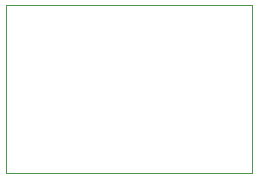
<source format=gm1>
%TF.GenerationSoftware,KiCad,Pcbnew,5.1.7+dfsg1-1*%
%TF.CreationDate,2020-10-30T20:21:54-04:00*%
%TF.ProjectId,fpga-game,66706761-2d67-4616-9d65-2e6b69636164,rev?*%
%TF.SameCoordinates,Original*%
%TF.FileFunction,Profile,NP*%
%FSLAX46Y46*%
G04 Gerber Fmt 4.6, Leading zero omitted, Abs format (unit mm)*
G04 Created by KiCad (PCBNEW 5.1.7+dfsg1-1) date 2020-10-30 20:21:54*
%MOMM*%
%LPD*%
G01*
G04 APERTURE LIST*
%TA.AperFunction,Profile*%
%ADD10C,0.025400*%
%TD*%
G04 APERTURE END LIST*
D10*
X171196000Y-106680000D02*
X150368000Y-106680000D01*
X171196000Y-92456000D02*
X171196000Y-106680000D01*
X150368000Y-92456000D02*
X171196000Y-92456000D01*
X150368000Y-106680000D02*
X150368000Y-92456000D01*
M02*

</source>
